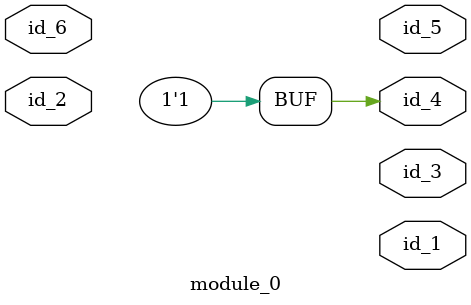
<source format=v>
module module_0 (
    id_1,
    id_2,
    id_3,
    id_4,
    id_5,
    id_6
);
  input id_6;
  output id_5;
  output id_4;
  output id_3;
  input id_2;
  output id_1;
  assign id_4 = 1;
endmodule

</source>
